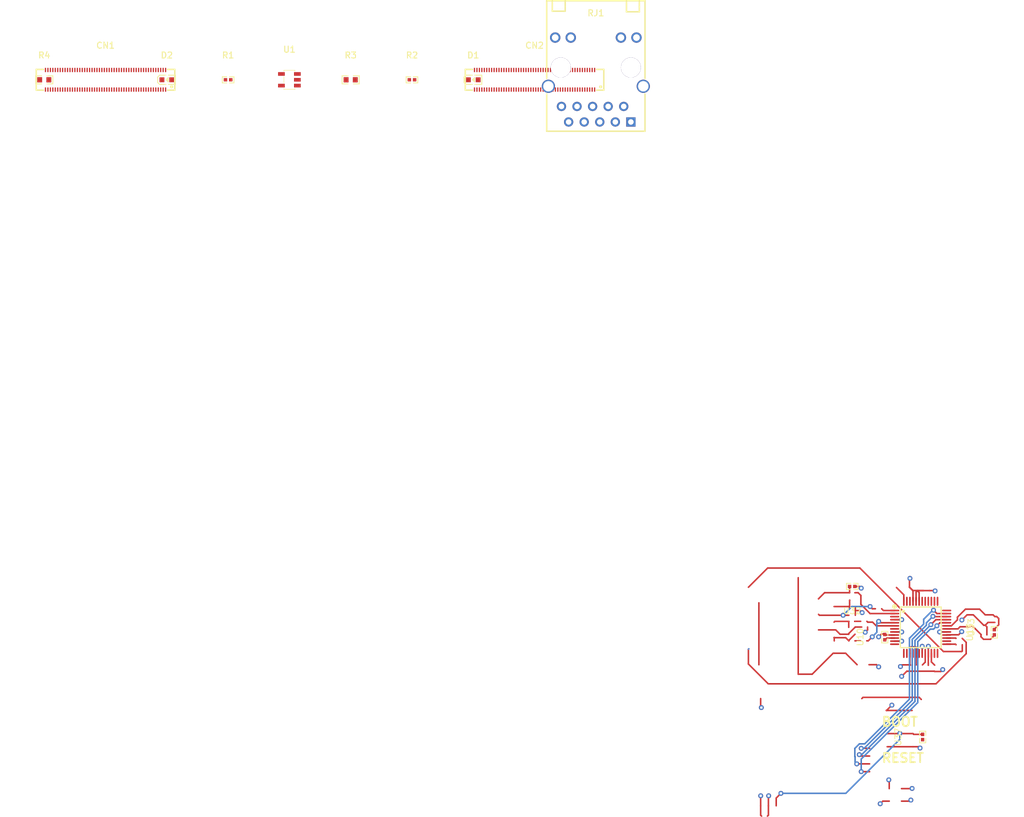
<source format=kicad_pcb>
(kicad_pcb (version 20240108) (generator "pcbnew") (generator_version "8.0")
  (layers (0 "F.Cu" signal) (31 "B.Cu" signal) (34 "B.Paste" user) (35 "F.Paste" user) (36 "B.SilkS" user "B.Silkscreen") (37 "F.SilkS" user "F.Silkscreen") (38 "B.Mask" user) (39 "F.Mask" user) (44 "Edge.Cuts" user))
  (net 0 "")
  (net 8 "io21")
  (net 16 "RXN")
  (net 24 "ACTLED")
  (net 32 "ethernet-net")
  (net 40 "tdi")
  (net 48 "io4")
  (net 56 "TD_plus")
  (net 64 "line")
  (net 67 "pins[29]")
  (net 68 "pins[3]")
  (net 69 "I2S_SCK")
  (net 70 "pins[82]")
  (net 71 "pins[86]")
  (net 72 "HDMI1_CK_P")
  (net 73 "ETH_P1_P")
  (net 74 "pins[61]")
  (net 75 "pins[75]")
  (net 76 "HDMI0_HOTPLUG")
  (net 77 "cm4-pins[40]")
  (net 78 "HDMI0_D0_N")
  (net 79 "cm4.hdi_a-pins[62]")
  (net 80 "pins[71]")
  (net 81 "HDMI0_CK_P")
  (net 82 "cm4.hdi_a-pins[17]")
  (net 83 "cm4-pins[49]")
  (net 84 "pins[5]")
  (net 85 "I2S_WS")
  (net 86 "pins[8]")
  (net 87 "cm4.hdi_b-pins[17]")
  (net 88 "cm4-pins[44]")
  (net 89 "cm4.hdi_b-pins[94]")
  (net 90 "VCC_5V")
  (net 91 "HDMI0_D1_P")
  (net 92 "cm4.hdi_b-pins[92]")
  (net 93 "pins[90]")
  (net 94 "UART_TX")
  (net 95 "pins[76]")
  (net 96 "pins[70]")
  (net 97 "I2S_SD")
  (net 98 "cm4.hdi_a-pins[56]")
  (net 99 "ETH_LED_ACTIVITY")
  (net 100 "cm4.hdi_a-pins[15]")
  (net 101 "ETH_P1_N")
  (net 102 "pins[38]")
  (net 103 "ETH_P0_P")
  (net 104 "pins[27]")
  (net 105 "HDMI1_CEC")
  (net 106 "pins[9]")
  (net 107 "HDMI0_D1_N")
  (net 108 "UART_RX")
  (net 109 "pins[47]")
  (net 110 "pins[21]")
  (net 111 "cm4-line-1")
  (net 112 "HDMI1_HOTPLUG")
  (net 113 "cm4-line-6")
  (net 114 "cm4-line-4")
  (net 115 "cm4-line-3")
  (net 116 "cm4-cathode-1")
  (net 117 "HDMI1_D0_N")
  (net 118 "cm4.hdi_b-pins[34]")
  (net 119 "HDMI0_CEC")
  (net 120 "HDMI0_D2_P")
  (net 121 "pins[46]")
  (net 122 "Y")
  (net 123 "ETH_P2_N")
  (net 124 "VCC_1V8")
  (net 125 "PWR_LED")
  (net 126 "line-2")
  (net 127 "cm4.hdi_a-pins[88]")
  (net 128 "pins[67]")
  (net 129 "line")
  (net 130 "cm4.hdi_b-pins[49]")
  (net 131 "rj45.connector-net")
  (net 132 "pins[80]")
  (net 133 "line-1")
  (net 134 "cm4.hdi_b-pins[23]")
  (net 135 "cm4.hdi_a-pins[98]")
  (net 136 "pins[22]")
  (net 137 "cm4-cathode")
  (net 139 "HDMI0_D2_N")
  (net 140 "pins[0]")
  (net 141 "cm4.hdi_a-pins[94]")
  (net 142 "rj45-anode-1")
  (net 143 "pins[14]")
  (net 144 "ETH_P3_P")
  (net 145 "pins[96]")
  (net 146 "cm4.hdi_b-pins[88]")
  (net 147 "rj45.connector-net-1")
  (net 148 "cm4.hdi_b-pins[56]")
  (net 149 "pins[10]")
  (net 150 "cm4.hdi_a-pins[93]")
  (net 151 "USB2_D_N")
  (net 152 "pins[64]")
  (net 153 "pins[16]")
  (net 154 "cm4.hdi_b-pins[74]")
  (net 155 "pins[33]")
  (net 156 "pins[18]")
  (net 157 "pins[20]")
  (net 158 "HDMI1_D1_N")
  (net 159 "gnd")
  (net 160 "cm4.hdi_b-pins[68]")
  (net 161 "pins[72]")
  (net 162 "pins[39]")
  (net 163 "pins[95]")
  (net 164 "pins[26]")
  (net 165 "cm4-pins[44]-1")
  (net 166 "HDMI1_D1_P")
  (net 167 "cm4-line-2")
  (net 168 "pins[57]")
  (net 169 "pins[41]")
  (net 170 "HDMI1_D0_P")
  (net 171 "cm4-pins[99]")
  (net 172 "HDMI0_CK_N")
  (net 173 "pins[69]")
  (net 174 "pins[45]")
  (net 175 "pins[66]")
  (net 176 "SDA")
  (net 177 "cm4.hdi_b-pins[35]")
  (net 178 "cm4.hdi_b-pins[15]")
  (net 179 "cm4-pins[23]")
  (net 180 "HDMI1_D2_P")
  (net 181 "cm4.hdi_b-pins[40]")
  (net 182 "ETH_LED_LINK")
  (net 183 "cm4-line-5")
  (net 184 "pins[58]")
  (net 185 "line-3")
  (net 186 "rj45-anode")
  (net 187 "SCL")
  (net 188 "VCC_3V3")
  (net 189 "pins[91]")
  (net 190 "pins[1]")
  (net 191 "pins[32]")
  (net 192 "cm4.hdi_b-pins[28]")
  (net 193 "pins[11]")
  (net 194 "cm4.hdi_b-pins[93]")
  (net 195 "ETH_P3_N")
  (net 196 "cm4-pins[28]")
  (net 197 "pins[37]")
  (net 198 "pins[19]")
  (net 199 "cm4.hdi_a-pins[99]")
  (net 200 "cm4.hdi_b-pins[62]")
  (net 201 "HDMI0_D0_P")
  (net 202 "cm4.hdi_a-pins[74]")
  (net 203 "cm4-line")
  (net 204 "cm4.hdi_a-pins[35]")
  (net 205 "HDMI1_D2_N")
  (net 206 "cm4-pins[98]")
  (net 207 "ETH_P2_P")
  (net 208 "cm4.hdi_a-pins[34]")
  (net 209 "ETH_P0_N")
  (net 210 "pins[60]")
  (net 211 "cm4.hdi_a-pins[92]")
  (net 212 "USB2_D_P")
  (net 213 "pins[63]")
  (net 214 "HDMI1_CK_N")
  (net 215 "N_C_")
  (net 216 "cm4-line-7")
  (net 217 "cm4.hdi_a-pins[68]")
  (net 2 "GND")
  (footprint "atopile:R0402-56259e" (layer "F.Cu") (at 147.145 85.995 90)
    (property "Reference" "U10" (hide yes))
    (property "Value" "12.4kΩ ±1% 62.5mW")
  )
  (footprint "atopile:R0402-56259e" (layer "F.Cu") (at 165.016791 85.201886 90)
    (property "Reference" "U13" (hide yes))
    (property "Value" "1MΩ ±1% 62.5mW")
  )
  (footprint "atopile:R0402-56259e" (layer "F.Cu") (at 141.833575 77.725546 180)
    (property "Reference" "U32" (hide yes))
    (property "Value" "49.9Ω ±1% 62.5mW")
  )
  (footprint "lib:LQFP-48_L7.0-W7.0-P0.50-LS9.0-BL" (layer "F.Cu") (at 153 84.4 -90)
    (property "Reference" "U33" (hide yes))
    (property "Value" "")
  )
  (footprint "atopile:R0402-56259e" (layer "F.Cu") (at 153.320453 102.301814 90)
    (property "Reference" "U37" (hide yes))
    (property "Value" "10kΩ ±1% 62.5mW")
  )
  (footprint "atopile:R0603-ebcab9" (layer "F.Cu") (at 10 -5 0)
    (property "Reference" "R4")
    (property "Value" "470Ω ±1% 100mW")
  )
  (footprint "atopile:CONN-SMD_DF40C-100DS-0.4V-51-ceffa9" (layer "F.Cu") (at 20 -5 0)
    (property "Reference" "CN1")
    (property "Value" "")
  )
  (footprint "atopile:LED0603-RD-c81ffb" (layer "F.Cu") (at 30 -5 0)
    (property "Reference" "D2")
    (property "Value" "")
  )
  (footprint "atopile:R0402-56259e" (layer "F.Cu") (at 40 -5 0)
    (property "Reference" "R1")
    (property "Value" "1kΩ ±1% 62.5mW")
  )
  (footprint "atopile:SOT-23-5_L3.0-W1.7-P0.95-LS2.8-BR-9d80aa" (layer "F.Cu") (at 50 -5 0)
    (property "Reference" "U1")
    (property "Value" "")
  )
  (footprint "atopile:R0603-ebcab9" (layer "F.Cu") (at 60 -5 0)
    (property "Reference" "R3")
    (property "Value" "470Ω ±1% 100mW")
  )
  (footprint "atopile:R0402-56259e" (layer "F.Cu") (at 70 -5 0)
    (property "Reference" "R2")
    (property "Value" "1kΩ ±1% 62.5mW")
  )
  (footprint "atopile:LED0603-RD-YELLOW-5af84a" (layer "F.Cu") (at 80 -5 0)
    (property "Reference" "D1")
    (property "Value" "")
  )
  (footprint "atopile:CONN-SMD_DF40C-100DS-0.4V-51-ceffa9" (layer "F.Cu") (at 90 -5 0)
    (property "Reference" "CN2")
    (property "Value" "")
  )
  (footprint "atopile:RJ45-TH_HR911130A-5845d4" (layer "F.Cu") (at 100 -5 0)
    (property "Reference" "RJ1")
    (property "Value" "")
  )
  (via (at 142.575 106.69) (size 0.8) (drill 0.4) (net 0) (layers "F.Cu" "B.Cu"))
  (via (at 155.1 81.6) (size 0.8) (drill 0.4) (net 0) (layers "F.Cu" "B.Cu"))
  (via (at 145.1 85.95) (size 0.8) (drill 0.4) (net 16) (layers "F.Cu" "B.Cu"))
  (via (at 146.15 83.425) (size 0.8) (drill 0.4) (net 16) (layers "F.Cu" "B.Cu"))
  (via (at 144.75 81) (size 0.8) (drill 0.4) (net 0) (layers "F.Cu" "B.Cu"))
  (via (at 140.35 82.425) (size 0.8) (drill 0.4) (net 0) (layers "F.Cu" "B.Cu"))
  (via (at 143.3 104.15) (size 0.8) (drill 0.4) (net 0) (layers "F.Cu" "B.Cu"))
  (via (at 155 82.6) (size 0.8) (drill 0.4) (net 0) (layers "F.Cu" "B.Cu"))
  (via (at 154.662653 83.962653) (size 0.8) (drill 0.4) (net 0) (layers "F.Cu" "B.Cu"))
  (via (at 142.987347 105.187347) (size 0.8) (drill 0.4) (net 0) (layers "F.Cu" "B.Cu"))
  (via (at 146.4 113.2) (size 0.8) (drill 0.4) (net 0) (layers "F.Cu" "B.Cu"))
  (via (at 149.904265 85.149419) (size 0.8) (drill 0.4) (net 0) (layers "F.Cu" "B.Cu"))
  (via (at 151.25 76.4) (size 0.8) (drill 0.4) (net 0) (layers "F.Cu" "B.Cu"))
  (via (at 159.7 85.1) (size 0.8) (drill 0.4) (net 0) (layers "F.Cu" "B.Cu"))
  (via (at 143.45 82) (size 0.8) (drill 0.4) (net 0) (layers "F.Cu" "B.Cu"))
  (via (at 128.2 111.9) (size 0.8) (drill 0.4) (net 0) (layers "F.Cu" "B.Cu"))
  (via (at 154.251516 87.494871) (size 0.8) (drill 0.4) (net 0) (layers "F.Cu" "B.Cu"))
  (via (at 149.90379 83.149931) (size 0.8) (drill 0.4) (net 0) (layers "F.Cu" "B.Cu"))
  (via (at 149.904486 86.64918) (size 0.8) (drill 0.4) (net 0) (layers "F.Cu" "B.Cu"))
  (via (at 147.8 109.3) (size 0.8) (drill 0.4) (net 0) (layers "F.Cu" "B.Cu"))
  (via (at 155.35 78.45) (size 0.8) (drill 0.4) (net 0) (layers "F.Cu" "B.Cu"))
  (via (at 149.7 90.8) (size 0.8) (drill 0.4) (net 0) (layers "F.Cu" "B.Cu"))
  (via (at 143.3 78) (size 0.8) (drill 0.4) (net 0) (layers "F.Cu" "B.Cu"))
  (via (at 149.6 101.7) (size 0.8) (drill 0.4) (net 0) (layers "F.Cu" "B.Cu"))
  (via (at 130.2 111.5) (size 0.8) (drill 0.4) (net 0) (layers "F.Cu" "B.Cu"))
  (via (at 143.3 107.96) (size 0.8) (drill 0.4) (net 0) (layers "F.Cu" "B.Cu"))
  (via (at 155.645746 84.145776) (size 0.8) (drill 0.4) (net 0) (layers "F.Cu" "B.Cu"))
  (via (at 151.6 110.7) (size 0.8) (drill 0.4) (net 0) (layers "F.Cu" "B.Cu"))
  (via (at 146.15 90.85) (size 0.8) (drill 0.4) (net 0) (layers "F.Cu" "B.Cu"))
  (via (at 153.248914 87.495268) (size 0.8) (drill 0.4) (net 0) (layers "F.Cu" "B.Cu"))
  (via (at 146.15 85.95) (size 0.8) (drill 0.4) (net 0) (layers "F.Cu" "B.Cu"))
  (via (at 159.724124 83.201188) (size 0.8) (drill 0.4) (net 0) (layers "F.Cu" "B.Cu"))
  (via (at 149.9 92.4) (size 0.8) (drill 0.4) (net 0) (layers "F.Cu" "B.Cu"))
  (via (at 148.3 97.1) (size 0.8) (drill 0.4) (net 0) (layers "F.Cu" "B.Cu"))
  (via (at 152.9 104.1) (size 0.8) (drill 0.4) (net 0) (layers "F.Cu" "B.Cu"))
  (via (at 156.094774 85.14838) (size 0.8) (drill 0.4) (net 0) (layers "F.Cu" "B.Cu"))
  (via (at 143.95 85.2) (size 0.8) (drill 0.4) (net 0) (layers "F.Cu" "B.Cu"))
  (via (at 127 97.5) (size 0.8) (drill 0.4) (net 0) (layers "F.Cu" "B.Cu"))
  (via (at 126.9 111.9) (size 0.8) (drill 0.4) (net 0) (layers "F.Cu" "B.Cu"))
  (via (at 151.4 112.6) (size 0.8) (drill 0.4) (net 0) (layers "F.Cu" "B.Cu"))
  (via (at 156.6 91.3) (size 0.8) (drill 0.4) (net 0) (layers "F.Cu" "B.Cu"))
  (segment (start 138.875 86.085) (end 140.765 86.085) (width 0.25) (layer "F.Cu") (net 0))
  (segment (start 141.285 86.525) (end 142.285 85.525) (width 0.25) (layer "F.Cu") (net 0))
  (segment (start 138.875 86.085) (end 138.905 86.115) (width 0.25) (layer "F.Cu") (net 0))
  (segment (start 138.905 86.115) (end 138.905 86.605) (width 0.25) (layer "F.Cu") (net 0))
  (segment (start 138.905 86.055) (end 138.875 86.085) (width 0.25) (layer "F.Cu") (net 0))
  (segment (start 140.765 86.085) (end 141.285 86.605) (width 0.25) (layer "F.Cu") (net 0))
  (segment (start 141.285 86.605) (end 141.285 86.525) (width 0.25) (layer "F.Cu") (net 0))
  (segment (start 146.92 81.65) (end 146.635 81.365) (width 0.25) (layer "F.Cu") (net 0))
  (segment (start 148.75 81.65) (end 146.92 81.65) (width 0.25) (layer "F.Cu") (net 0))
  (segment (start 142.798575 78.745) (end 142.263575 78.745) (width 0.25) (layer "F.Cu") (net 0))
  (segment (start 144.75 82.15) (end 143.246754 80.646754) (width 0.25) (layer "F.Cu") (net 0))
  (segment (start 143.246754 80.646754) (end 143.246754 79.193179) (width 0.25) (layer "F.Cu") (net 0))
  (segment (start 144.75 82.15) (end 148.75 82.15) (width 0.25) (layer "F.Cu") (net 0))
  (segment (start 143.246754 79.193179) (end 142.798575 78.745) (width 0.25) (layer "F.Cu") (net 0))
  (segment (start 142.327564 84.352682) (end 142.279424 84.400822) (width 0.25) (layer "F.Cu") (net 0))
  (segment (start 139.139422 84.815) (end 136.335 84.815) (width 0.25) (layer "F.Cu") (net 0))
  (segment (start 141.265 85.525) (end 139.849422 85.525) (width 0.25) (layer "F.Cu") (net 0))
  (segment (start 139.849422 85.525) (end 139.139422 84.815) (width 0.25) (layer "F.Cu") (net 0))
  (segment (start 141.265 85.415246) (end 141.265 85.525) (width 0.25) (layer "F.Cu") (net 0))
  (segment (start 143.375125 84.352682) (end 142.327564 84.352682) (width 0.25) (layer "F.Cu") (net 0))
  (segment (start 142.279424 84.400822) (end 141.265 85.415246) (width 0.25) (layer "F.Cu") (net 0))
  (segment (start 159 83.165538) (end 159 82.74) (width 0.25) (layer "F.Cu") (net 0))
  (segment (start 165.406601 82.635794) (end 165.096602 82.635794) (width 0.25) (layer "F.Cu") (net 0))
  (segment (start 160.31 81.43) (end 162.61 81.43) (width 0.25) (layer "F.Cu") (net 0))
  (segment (start 165.731602 82.960795) (end 165.406601 82.635794) (width 0.25) (layer "F.Cu") (net 0))
  (segment (start 162.61 81.43) (end 163.535 82.355) (width 0.25) (layer "F.Cu") (net 0))
  (segment (start 165.731602 83.977075) (end 165.731602 82.960795) (width 0.25) (layer "F.Cu") (net 0))
  (segment (start 158.015538 84.15) (end 159 83.165538) (width 0.25) (layer "F.Cu") (net 0))
  (segment (start 165.016791 84.691886) (end 165.731602 83.977075) (width 0.25) (layer "F.Cu") (net 0))
  (segment (start 164.815808 82.355) (end 165.096602 82.635794) (width 0.25) (layer "F.Cu") (net 0))
  (segment (start 159 82.74) (end 160.31 81.43) (width 0.25) (layer "F.Cu") (net 0))
  (segment (start 157.25 84.15) (end 158.015538 84.15) (width 0.25) (layer "F.Cu") (net 0))
  (segment (start 163.535 82.355) (end 164.815808 82.355) (width 0.25) (layer "F.Cu") (net 0))
  (segment (start 153.75 90.070803) (end 153.75 88.65) (width 0.25) (layer "F.Cu") (net 0))
  (segment (start 153.291337 90.529466) (end 153.75 90.070803) (width 0.25) (layer "F.Cu") (net 0))
  (segment (start 142.575 106.69) (end 144.67 106.69) (width 0.25) (layer "F.Cu") (net 0))
  (segment (start 155.65 82.15) (end 157.25 82.15) (width 0.25) (layer "F.Cu") (net 0))
  (segment (start 155.1 81.6) (end 155.65 82.15) (width 0.25) (layer "F.Cu") (net 0))
  (segment (start 151.173914 86.1786) (end 153.487653 83.864861) (width 0.25) (layer "B.Cu") (net 0))
  (segment (start 142.999695 103.425) (end 143.865812 103.425) (width 0.25) (layer "B.Cu") (net 0))
  (segment (start 151.173914 96.116898) (end 151.173914 86.1786) (width 0.25) (layer "B.Cu") (net 0))
  (segment (start 154.974695 81.6) (end 155.1 81.6) (width 0.25) (layer "B.Cu") (net 0))
  (segment (start 142.3 105.525305) (end 142.262347 105.487652) (width 0.25) (layer "B.Cu") (net 0))
  (segment (start 153.487653 83.087042) (end 154.974695 81.6) (width 0.25) (layer "B.Cu") (net 0))
  (segment (start 153.487653 83.864861) (end 153.487653 83.087042) (width 0.25) (layer "B.Cu") (net 0))
  (segment (start 143.865812 103.425) (end 151.173914 96.116898) (width 0.25) (layer "B.Cu") (net 0))
  (segment (start 142.262347 105.487652) (end 142.262347 104.162348) (width 0.25) (layer "B.Cu") (net 0))
  (segment (start 142.575 106.69) (end 142.3 106.415) (width 0.25) (layer "B.Cu") (net 0))
  (segment (start 142.262347 104.162348) (end 142.999695 103.425) (width 0.25) (layer "B.Cu") (net 0))
  (segment (start 142.3 106.415) (end 142.3 105.525305) (width 0.25) (layer "B.Cu") (net 0))
  (segment (start 144.455 86.595) (end 145.1 85.95) (width 0.25) (layer "F.Cu") (net 16))
  (segment (start 146.375 83.65) (end 146.15 83.425) (width 0.25) (layer "F.Cu") (net 16))
  (segment (start 148.75 83.65) (end 146.375 83.65) (width 0.25) (layer "F.Cu") (net 16))
  (segment (start 144.205 86.595) (end 144.455 86.595) (width 0.25) (layer "F.Cu") (net 16))
  (segment (start 145.85 83.725) (end 145.85 85.2) (width 0.25) (layer "B.Cu") (net 16))
  (segment (start 145.85 85.2) (end 145.1 85.95) (width 0.25) (layer "B.Cu") (net 16))
  (segment (start 146.15 83.425) (end 145.85 83.725) (width 0.25) (layer "B.Cu") (net 16))
  (segment (start 145.115 81.365) (end 144.75 81) (width 0.25) (layer "F.Cu") (net 0))
  (segment (start 136.485 82.425) (end 136.335 82.275) (width 0.25) (layer "F.Cu") (net 0))
  (segment (start 141.285 82.425) (end 140.35 82.425) (width 0.25) (layer "F.Cu") (net 0))
  (segment (start 145.615 81.365) (end 145.115 81.365) (width 0.25) (layer "F.Cu") (net 0))
  (segment (start 140.35 82.425) (end 136.485 82.425) (width 0.25) (layer "F.Cu") (net 0))
  (segment (start 141.775 81) (end 140.35 82.425) (width 0.25) (layer "B.Cu") (net 0))
  (segment (start 144.75 81) (end 141.775 81) (width 0.25) (layer "B.Cu") (net 0))
  (segment (start 163.260001 86.35) (end 164.378677 86.35) (width 0.25) (layer "F.Cu") (net 0))
  (segment (start 159.086396 84.65) (end 157.25 84.65) (width 0.25) (layer "F.Cu") (net 0))
  (segment (start 162.845 85.934999) (end 163.260001 86.35) (width 0.25) (layer "F.Cu") (net 0))
  (segment (start 164.378677 86.35) (end 165.016791 85.711886) (width 0.25) (layer "F.Cu") (net 0))
  (segment (start 161.09 84.3) (end 159.436396 84.3) (width 0.25) (layer "F.Cu") (net 0))
  (segment (start 162.845 85.625) (end 162.845 85.934999) (width 0.25) (layer "F.Cu") (net 0))
  (segment (start 162.845 85.565) (end 161.335 84.055) (width 0.25) (layer "F.Cu") (net 0))
  (segment (start 162.845 85.625) (end 162.845 85.565) (width 0.25) (layer "F.Cu") (net 0))
  (segment (start 161.335 84.055) (end 161.09 84.3) (width 0.25) (layer "F.Cu") (net 0))
  (segment (start 159.436396 84.3) (end 159.086396 84.65) (width 0.25) (layer "F.Cu") (net 0))
  (segment (start 124.895 90.385991) (end 124.895 87.965) (width 0.25) (layer "F.Cu") (net 0))
  (segment (start 160.425 86.845) (end 160.425 88.7) (width 0.25) (layer "F.Cu") (net 0))
  (segment (start 155.505 93.62) (end 128.129009 93.62) (width 0.25) (layer "F.Cu") (net 0))
  (segment (start 160.425 88.7) (end 155.505 93.62) (width 0.25) (layer "F.Cu") (net 0))
  (segment (start 159.785 86.205) (end 160.425 86.845) (width 0.25) (layer "F.Cu") (net 0))
  (segment (start 128.129009 93.62) (end 124.895 90.385991) (width 0.25) (layer "F.Cu") (net 0))
  (segment (start 124.965 87.895) (end 124.895 87.965) (width 0.25) (layer "B.Cu") (net 0))
  (segment (start 148.75 86.15) (end 147.5 86.15) (width 0.25) (layer "F.Cu") (net 0))
  (segment (start 147.5 86.15) (end 147.145 86.505) (width 0.25) (layer "F.Cu") (net 0))
  (segment (start 157.25 86.15) (end 158.71 86.15) (width 0.25) (layer "F.Cu") (net 24))
  (segment (start 158.71 86.15) (end 158.765 86.205) (width 0.25) (layer "F.Cu") (net 24))
  (segment (start 142.252318 83.417682) (end 142.245 83.425) (width 0.25) (layer "F.Cu") (net 0))
  (segment (start 143.210125 83.417682) (end 142.252318 83.417682) (width 0.25) (layer "F.Cu") (net 0))
  (segment (start 142.303575 86.595) (end 142.293575 86.605) (width 0.25) (layer "F.Cu") (net 32))
  (segment (start 143.185 86.595) (end 142.303575 86.595) (width 0.25) (layer "F.Cu") (net 32))
  (segment (start 155 82.6) (end 155.05 82.65) (width 0.25) (layer "F.Cu") (net 0))
  (segment (start 155.05 82.65) (end 157.25 82.65) (width 0.25) (layer "F.Cu") (net 0))
  (segment (start 143.3 104.15) (end 144.67 104.15) (width 0.25) (layer "F.Cu") (net 0))
  (segment (start 151.623914 86.364996) (end 153.937653 84.051257) (width 0.25) (layer "B.Cu") (net 0))
  (segment (start 153.937653 83.662348) (end 155 82.600001) (width 0.25) (layer "B.Cu") (net 0))
  (segment (start 153.937653 84.051257) (end 153.937653 83.662348) (width 0.25) (layer "B.Cu") (net 0))
  (segment (start 143.777208 104.15) (end 151.623914 96.303294) (width 0.25) (layer "B.Cu") (net 0))
  (segment (start 143.3 104.15) (end 143.777208 104.15) (width 0.25) (layer "B.Cu") (net 0))
  (segment (start 155 82.600001) (end 155 82.6) (width 0.25) (layer "B.Cu") (net 0))
  (segment (start 151.623914 96.303294) (end 151.623914 86.364996) (width 0.25) (layer "B.Cu") (net 0))
  (segment (start 143.21 105.41) (end 144.67 105.41) (width 0.25) (layer "F.Cu") (net 0))
  (segment (start 155.475306 83.15) (end 157.25 83.15) (width 0.25) (layer "F.Cu") (net 0))
  (segment (start 142.987347 105.187347) (end 143.21 105.41) (width 0.25) (layer "F.Cu") (net 0))
  (segment (start 154.662653 83.962653) (end 155.475306 83.15) (width 0.25) (layer "F.Cu") (net 0))
  (segment (start 143.376257 105.187347) (end 152.073914 96.48969) (width 0.25) (layer "B.Cu") (net 0))
  (segment (start 152.073914 96.48969) (end 152.073914 86.551392) (width 0.25) (layer "B.Cu") (net 0))
  (segment (start 152.073914 86.551392) (end 154.662653 83.962653) (width 0.25) (layer "B.Cu") (net 0))
  (segment (start 142.987347 105.187347) (end 143.376257 105.187347) (width 0.25) (layer "B.Cu") (net 0))
  (segment (start 142.625 90.495) (end 140.755 88.625) (width 0.25) (layer "F.Cu") (net 0))
  (segment (start 140.755 88.625) (end 138.875 88.625) (width 0.25) (layer "F.Cu") (net 0))
  (segment (start 133.025 92.045) (end 133.025 76.295) (width 0.25) (layer "F.Cu") (net 0))
  (segment (start 138.725 88.625) (end 135.305 92.045) (width 0.25) (layer "F.Cu") (net 0))
  (segment (start 135.305 92.045) (end 133.025 92.045) (width 0.25) (layer "F.Cu") (net 0))
  (segment (start 138.875 88.625) (end 138.725 88.625) (width 0.25) (layer "F.Cu") (net 0))
  (segment (start 145.15 83.55) (end 145.75 84.15) (width 0.25) (layer "F.Cu") (net 0))
  (segment (start 145.75 84.15) (end 148.75 84.15) (width 0.25) (layer "F.Cu") (net 0))
  (segment (start 144.230125 83.417682) (end 144.362443 83.55) (width 0.25) (layer "F.Cu") (net 0))
  (segment (start 144.362443 83.55) (end 145.15 83.55) (width 0.25) (layer "F.Cu") (net 0))
  (segment (start 141.285 83.425) (end 138.995 83.425) (width 0.25) (layer "F.Cu") (net 0))
  (segment (start 138.995 83.425) (end 138.875 83.545) (width 0.25) (layer "F.Cu") (net 0))
  (segment (start 141.259424 84.400822) (end 141.259424 83.450576) (width 0.25) (layer "F.Cu") (net 0))
  (segment (start 141.259424 83.450576) (end 141.285 83.425) (width 0.25) (layer "F.Cu") (net 0))
  (segment (start 147.873732 110.728882) (end 147.873732 109.373732) (width 0.25) (layer "F.Cu") (net 0))
  (segment (start 151.75 78.42) (end 151.175 77.845) (width 0.25) (layer "F.Cu") (net 0))
  (segment (start 142.343575 81.65) (end 142.343575 82.425) (width 0.25) (layer "F.Cu") (net 0))
  (segment (start 128.16 115.057784) (end 128.002368 115.215416) (width 0.25) (layer "F.Cu") (net 0))
  (segment (start 151.175 76.475) (end 151.25 76.4) (width 0.25) (layer "F.Cu") (net 0))
  (segment (start 151.332918 90.575) (end 151.283825 90.525907) (width 0.25) (layer "F.Cu") (net 0))
  (segment (start 155.297987 78.397987) (end 155.35 78.45) (width 0.25) (layer "F.Cu") (net 0))
  (segment (start 154.251516 87.494871) (end 154.25 87.496387) (width 0.25) (layer "F.Cu") (net 0))
  (segment (start 151.175 77.845) (end 151.175 76.475) (width 0.25) (layer "F.Cu") (net 0))
  (segment (start 149.974093 90.525907) (end 151.283825 90.525907) (width 0.25) (layer "F.Cu") (net 0))
  (segment (start 147.873732 109.373732) (end 147.8 109.3) (width 0.25) (layer "F.Cu") (net 0))
  (segment (start 159.19 85.61) (end 159.7 85.1) (width 0.25) (layer "F.Cu") (net 0))
  (segment (start 128.16 113.53) (end 128.16 111.94) (width 0.25) (layer "F.Cu") (net 0))
  (segment (start 152.25 87.884462) (end 152.25 88.65) (width 0.25) (layer "F.Cu") (net 0))
  (segment (start 152.497987 78.397987) (end 152.485 78.385) (width 0.25) (layer "F.Cu") (net 0))
  (segment (start 149.903684 85.15) (end 148.75 85.15) (width 0.25) (layer "F.Cu") (net 0))
  (segment (start 152.25 90.509501) (end 152.269446 90.528947) (width 0.25) (layer "F.Cu") (net 0))
  (segment (start 152.175 87.575) (end 151.479462 87.575) (width 0.25) (layer "F.Cu") (net 0))
  (segment (start 149.7 90.8) (end 149.974093 90.525907) (width 0.25) (layer "F.Cu") (net 0))
  (segment (start 149.903721 83.15) (end 148.75 83.15) (width 0.25) (layer "F.Cu") (net 0))
  (segment (start 152.75 78.72) (end 152.485 78.455) (width 0.25) (layer "F.Cu") (net 0))
  (segment (start 147.873732 112.771261) (end 146.828739 112.771261) (width 0.25) (layer "F.Cu") (net 0))
  (segment (start 151.479462 87.575) (end 151.25 87.804462) (width 0.25) (layer "F.Cu") (net 0))
  (segment (start 152.545 78.395) (end 153.465 78.395) (width 0.25) (layer "F.Cu") (net 0))
  (segment (start 149.90379 83.149931) (end 149.903721 83.15) (width 0.25) (layer "F.Cu") (net 0))
  (segment (start 151.75 80.15) (end 151.75 78.42) (width 0.25) (layer "F.Cu") (net 0))
  (segment (start 154.25 87.496387) (end 154.25 88.65) (width 0.25) (layer "F.Cu") (net 0))
  (segment (start 151.715 78.385) (end 151.175 77.845) (width 0.25) (layer "F.Cu") (net 0))
  (segment (start 152.25 88.65) (end 152.25 87.65) (width 0.25) (layer "F.Cu") (net 0))
  (segment (start 152.485 78.455) (end 152.545 78.395) (width 0.25) (layer "F.Cu") (net 0))
  (segment (start 154.451634 78.397987) (end 152.497987 78.397987) (width 0.25) (layer "F.Cu") (net 0))
  (segment (start 152.25 88.65) (end 152.25 90.509501) (width 0.25) (layer "F.Cu") (net 0))
  (segment (start 157.29 85.61) (end 159.19 85.61) (width 0.25) (layer "F.Cu") (net 0))
  (segment (start 151.25 90.492082) (end 151.283825 90.525907) (width 0.25) (layer "F.Cu") (net 0))
  (segment (start 151.25 87.804462) (end 151.25 88.65) (width 0.25) (layer "F.Cu") (net 0))
  (segment (start 128.16 113.53) (end 128.16 115.057784) (width 0.25) (layer "F.Cu") (net 0))
  (segment (start 154.25 90.57) (end 154.255 90.575) (width 0.25) (layer "F.Cu") (net 0))
  (segment (start 152.75 80.15) (end 152.75 78.72) (width 0.25) (layer "F.Cu") (net 0))
  (segment (start 152.485 78.385) (end 151.715 78.385) (width 0.25) (layer "F.Cu") (net 0))
  (segment (start 142.343575 81.235) (end 142.343575 81.65) (width 0.25) (layer "F.Cu") (net 0))
  (segment (start 128.16 111.94) (end 128.2 111.9) (width 0.25) (layer "F.Cu") (net 0))
  (segment (start 151.25 88.65) (end 151.25 90.492082) (width 0.25) (layer "F.Cu") (net 0))
  (segment (start 142.343575 81.65) (end 143.1 81.65) (width 0.25) (layer "F.Cu") (net 0))
  (segment (start 152.25 87.65) (end 152.175 87.575) (width 0.25) (layer "F.Cu") (net 0))
  (segment (start 152.25 80.15) (end 152.25 78.62) (width 0.25) (layer "F.Cu") (net 0))
  (segment (start 149.904265 85.149419) (end 149.903684 85.15) (width 0.25) (layer "F.Cu") (net 0))
  (segment (start 148.75 86.65) (end 149.903666 86.65) (width 0.25) (layer "F.Cu") (net 0))
  (segment (start 146.828739 112.771261) (end 146.4 113.2) (width 0.25) (layer "F.Cu") (net 0))
  (segment (start 142.343575 77.725546) (end 143.025546 77.725546) (width 0.25) (layer "F.Cu") (net 0))
  (segment (start 154.451634 78.397987) (end 155.297987 78.397987) (width 0.25) (layer "F.Cu") (net 0))
  (segment (start 149.903666 86.65) (end 149.904486 86.64918) (width 0.25) (layer "F.Cu") (net 0))
  (segment (start 152.25 78.62) (end 152.485 78.385) (width 0.25) (layer "F.Cu") (net 0))
  (segment (start 157.25 85.65) (end 157.29 85.61) (width 0.25) (layer "F.Cu") (net 0))
  (segment (start 126.605 90.505) (end 126.605 80.395) (width 0.25) (layer "F.Cu") (net 0))
  (segment (start 142.263575 81.155) (end 142.343575 81.235) (width 0.25) (layer "F.Cu") (net 0))
  (segment (start 143.1 81.65) (end 143.45 82) (width 0.25) (layer "F.Cu") (net 0))
  (segment (start 143.025546 77.725546) (end 143.3 78) (width 0.25) (layer "F.Cu") (net 0))
  (segment (start 154.25 88.65) (end 154.25 90.57) (width 0.25) (layer "F.Cu") (net 0))
  (segment (start 141.403575 79.978714) (end 141.426754 79.955535) (width 0.25) (layer "F.Cu") (net 0))
  (segment (start 141.403575 81.155) (end 141.403575 79.978714) (width 0.25) (layer "F.Cu") (net 0))
  (segment (start 141.253575 81.005) (end 138.875 81.005) (width 0.25) (layer "F.Cu") (net 0))
  (segment (start 141.403575 81.155) (end 141.253575 81.005) (width 0.25) (layer "F.Cu") (net 0))
  (segment (start 129.43 113.53) (end 129.43 112.27) (width 0.25) (layer "F.Cu") (net 0))
  (segment (start 153.320453 101.871814) (end 151.864847 101.871814) (width 0.25) (layer "F.Cu") (net 0))
  (segment (start 151.864847 101.871814) (end 151.73919 101.746157) (width 0.25) (layer "F.Cu") (net 0))
  (segment (start 129.43 112.27) (end 130.2 111.5) (width 0.25) (layer "F.Cu") (net 0))
  (segment (start 151.73919 101.746157) (end 147.53919 101.746157) (width 0.25) (layer "F.Cu") (net 0))
  (segment (start 130.2 111.5) (end 140.785305 111.5) (width 0.25) (layer "B.Cu") (net 0))
  (segment (start 140.785305 111.5) (end 149.6 102.685305) (width 0.25) (layer "B.Cu") (net 0))
  (segment (start 149.6 102.685305) (end 149.6 101.7) (width 0.25) (layer "B.Cu") (net 0))
  (segment (start 136.345 79.745) (end 136.335 79.735) (width 0.25) (layer "F.Cu") (net 56))
  (segment (start 141.403575 78.745) (end 137.325 78.745) (width 0.25) (layer "F.Cu") (net 56))
  (segment (start 137.325 78.745) (end 136.335 79.735) (width 0.25) (layer "F.Cu") (net 56))
  (segment (start 141.403575 77.725546) (end 141.403575 78.745) (width 0.25) (layer "F.Cu") (net 56))
  (segment (start 154.75 88.65) (end 154.75 90.04) (width 0.25) (layer "F.Cu") (net 0))
  (segment (start 154.75 90.04) (end 155.285 90.575) (width 0.25) (layer "F.Cu") (net 0))
  (segment (start 143.3 107.96) (end 144.67 107.96) (width 0.25) (layer "F.Cu") (net 0))
  (segment (start 157.25 83.65) (end 156.141522 83.65) (width 0.25) (layer "F.Cu") (net 0))
  (segment (start 156.141522 83.65) (end 155.645746 84.145776) (width 0.25) (layer "F.Cu") (net 0))
  (segment (start 154.574049 84.687653) (end 155.103869 84.687653) (width 0.25) (layer "B.Cu") (net 0))
  (segment (start 152.523914 86.737788) (end 154.574049 84.687653) (width 0.25) (layer "B.Cu") (net 0))
  (segment (start 152.523914 96.676086) (end 152.523914 86.737788) (width 0.25) (layer "B.Cu") (net 0))
  (segment (start 155.103869 84.687653) (end 155.645746 84.145776) (width 0.25) (layer "B.Cu") (net 0))
  (segment (start 143.3 107.96) (end 143.3 105.9) (width 0.25) (layer "B.Cu") (net 0))
  (segment (start 143.3 105.9) (end 152.523914 96.676086) (width 0.25) (layer "B.Cu") (net 0))
  (segment (start 159.79304 88.25696) (end 159.7 88.35) (width 0.25) (layer "F.Cu") (net 0))
  (segment (start 128.03 74.72) (end 124.895 77.855) (width 0.25) (layer "F.Cu") (net 0))
  (segment (start 156.715538 88.35) (end 143.085538 74.72) (width 0.25) (layer "F.Cu") (net 0))
  (segment (start 143.085538 74.72) (end 128.03 74.72) (width 0.25) (layer "F.Cu") (net 0))
  (segment (start 159.7 88.35) (end 156.715538 88.35) (width 0.25) (layer "F.Cu") (net 0))
  (segment (start 159.79304 87.237562) (end 159.79304 88.25696) (width 0.25) (layer "F.Cu") (net 0))
  (segment (start 145.795 90.495) (end 146.15 90.85) (width 0.25) (layer "F.Cu") (net 0))
  (segment (start 126.89 97.39) (end 127 97.5) (width 0.25) (layer "F.Cu") (net 0))
  (segment (start 144.575 90.495) (end 145.795 90.495) (width 0.25) (layer "F.Cu") (net 0))
  (segment (start 155.285 91.605) (end 156.295 91.605) (width 0.25) (layer "F.Cu") (net 0))
  (segment (start 149.873732 112.771261) (end 151.228739 112.771261) (width 0.25) (layer "F.Cu") (net 0))
  (segment (start 156.094774 85.14838) (end 156.096394 85.15) (width 0.25) (layer "F.Cu") (net 0))
  (segment (start 161.335 82.355) (end 161.585 82.355) (width 0.25) (layer "F.Cu") (net 0))
  (segment (start 151.283825 91.555907) (end 150.744093 91.555907) (width 0.25) (layer "F.Cu") (net 0))
  (segment (start 147.43 97.97) (end 148.3 97.1) (width 0.25) (layer "F.Cu") (net 0))
  (segment (start 155.235907 91.555907) (end 155.285 91.605) (width 0.25) (layer "F.Cu") (net 0))
  (segment (start 163.805 84.325) (end 163.535 84.055) (width 0.25) (layer "F.Cu") (net 0))
  (segment (start 160.570312 82.355) (end 161.335 82.355) (width 0.25) (layer "F.Cu") (net 0))
  (segment (start 151.6 97.97) (end 147.4 97.97) (width 0.25) (layer "F.Cu") (net 0))
  (segment (start 161.585 82.355) (end 163.285 84.055) (width 0.25) (layer "F.Cu") (net 0))
  (segment (start 150.25 79.089934) (end 149.053085 77.893019) (width 0.25) (layer "F.Cu") (net 0))
  (segment (start 151.283825 91.555907) (end 155.235907 91.555907) (width 0.25) (layer "F.Cu") (net 0))
  (segment (start 165.096602 83.595794) (end 163.994206 83.595794) (width 0.25) (layer "F.Cu") (net 0))
  (segment (start 151.228739 112.771261) (end 151.4 112.6) (width 0.25) (layer "F.Cu") (net 0))
  (segment (start 151.73919 103.886157) (end 152.686157 103.886157) (width 0.25) (layer "F.Cu") (net 0))
  (segment (start 153.248914 87.495268) (end 153.25 87.496354) (width 0.25) (layer "F.Cu") (net 0))
  (segment (start 163.994206 83.595794) (end 163.535 84.055) (width 0.25) (layer "F.Cu") (net 0))
  (segment (start 156.295 91.605) (end 156.6 91.3) (width 0.25) (layer "F.Cu") (net 0))
  (segment (start 147.53919 103.886157) (end 151.73919 103.886157) (width 0.25) (layer "F.Cu") (net 0))
  (segment (start 147.145 85.485) (end 146.615 85.485) (width 0.25) (layer "F.Cu") (net 0))
  (segment (start 147.31 85.65) (end 147.145 85.485) (width 0.25) (layer "F.Cu") (net 0))
  (segment (start 150.744093 91.555907) (end 149.9 92.4) (width 0.25) (layer "F.Cu") (net 0))
  (segment (start 147.4 97.97) (end 147.43 97.97) (width 0.25) (layer "F.Cu") (net 0))
  (segment (start 148.75 85.65) (end 147.31 85.65) (width 0.25) (layer "F.Cu") (net 0))
  (segment (start 152.686157 103.886157) (end 152.9 104.1) (width 0.25) (layer "F.Cu") (net 0))
  (segment (start 156.096394 85.15) (end 157.25 85.15) (width 0.25) (layer "F.Cu") (net 0))
  (segment (start 126.89 115.063048) (end 127.042368 115.215416) (width 0.25) (layer "F.Cu") (net 0))
  (segment (start 159.724124 83.201188) (end 160.570312 82.355) (width 0.25) (layer "F.Cu") (net 0))
  (segment (start 150.25 80.15) (end 150.25 79.089934) (width 0.25) (layer "F.Cu") (net 0))
  (segment (start 126.89 96.03) (end 126.89 97.39) (width 0.25) (layer "F.Cu") (net 0))
  (segment (start 149.873732 110.728882) (end 151.571118 110.728882) (width 0.25) (layer "F.Cu") (net 0))
  (segment (start 126.89 113.53) (end 126.89 115.063048) (width 0.25) (layer "F.Cu") (net 0))
  (segment (start 144.335125 84.352682) (end 144.335125 84.814875) (width 0.25) (layer "F.Cu") (net 0))
  (segment (start 146.615 85.485) (end 146.15 85.95) (width 0.25) (layer "F.Cu") (net 0))
  (segment (start 126.89 111.91) (end 126.9 111.9) (width 0.25) (layer "F.Cu") (net 0))
  (segment (start 126.89 113.53) (end 126.89 111.91) (width 0.25) (layer "F.Cu") (net 0))
  (segment (start 163.285 84.055) (end 163.535 84.055) (width 0.25) (layer "F.Cu") (net 0))
  (segment (start 153.25 87.496354) (end 153.25 88.65) (width 0.25) (layer "F.Cu") (net 0))
  (segment (start 144.335125 84.814875) (end 143.95 85.2) (width 0.25) (layer "F.Cu") (net 0))
  (segment (start 163.805 85.625) (end 163.805 84.325) (width 0.25) (layer "F.Cu") (net 0))
  (segment (start 151.571118 110.728882) (end 151.6 110.7) (width 0.25) (layer "F.Cu") (net 0))
  (segment (start 157.252445 87.147555) (end 157.25 87.15) (width 0.25) (layer "F.Cu") (net 0))
  (segment (start 158.77304 87.237562) (end 158.683033 87.147555) (width 0.25) (layer "F.Cu") (net 0))
  (segment (start 158.683033 87.147555) (end 157.252445 87.147555) (width 0.25) (layer "F.Cu") (net 0))
  (segment (start 147.4 95.83) (end 143.6 95.83) (width 0.25) (layer "F.Cu") (net 0))
  (segment (start 152.76 95.83) (end 153.1 96.17) (width 0.25) (layer "F.Cu") (net 0))
  (segment (start 151.6 95.83) (end 147.4 95.83) (width 0.25) (layer "F.Cu") (net 0))
  (segment (start 143.6 95.83) (end 143.4 96.03) (width 0.25) (layer "F.Cu") (net 0))
  (segment (start 151.6 95.83) (end 152.76 95.83) (width 0.25) (layer "F.Cu") (net 0))
  (gr_text "RESET" (at 146.5 106.6 0) (layer "F.SilkS") (effects (font (size 1.5 1.5) (thickness 0.3)) (justify left bottom)))
  (gr_text "BOOT" (at 146.5 100.7 0) (layer "F.SilkS") (effects (font (size 1.5 1.5) (thickness 0.3)) (justify left bottom)))
)
</source>
